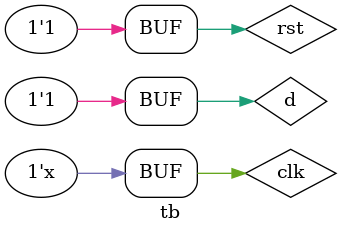
<source format=v>

module tb;
  reg d,rst;
  reg clk=0;
  wire out,q;
d_ff dut( .d(d),.clk(clk),.rst(rst),.out(out),.q(q)); 
   always #5 clk = ~clk;
   initial begin
     rst=0;
       d=1;
     #5 rst=1;
     #5 d=1;
     #5 d=1;
     #5 rst =0;
     #5 d=0;
     #5 d=1;
     #5 rst=1;
   end
 endmodule
 
     

</source>
